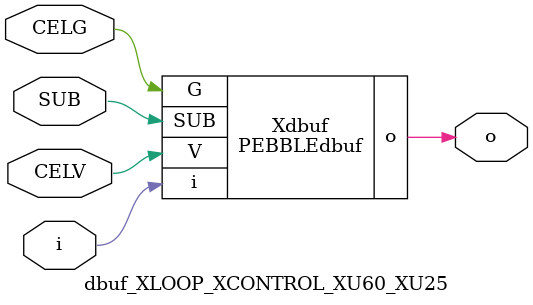
<source format=v>



module PEBBLEdbuf ( o, G, SUB, V, i );

  input V;
  input i;
  input G;
  output o;
  input SUB;
endmodule

//Celera Confidential Do Not Copy dbuf_XLOOP_XCONTROL_XU60_XU25
//Celera Confidential Symbol Generator
//Digital Buffer
module dbuf_XLOOP_XCONTROL_XU60_XU25 (CELV,CELG,i,o,SUB);
input CELV;
input CELG;
input i;
input SUB;
output o;

//Celera Confidential Do Not Copy dbuf
PEBBLEdbuf Xdbuf(
.V (CELV),
.i (i),
.o (o),
.SUB (SUB),
.G (CELG)
);
//,diesize,PEBBLEdbuf

//Celera Confidential Do Not Copy Module End
//Celera Schematic Generator
endmodule

</source>
